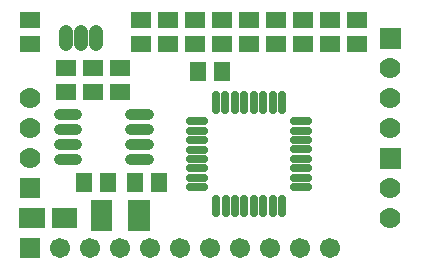
<source format=gbs>
G04 Layer: BottomSolderMaskLayer*
G04 EasyEDA v6.3.22, 2020-04-13T19:48:14+03:00*
G04 c1887ebba72c451f92d8c784103bdae8,b00fa10de7d64fab8ce431aff4cbea96,10*
G04 Gerber Generator version 0.2*
G04 Scale: 100 percent, Rotated: No, Reflected: No *
G04 Dimensions in inches *
G04 leading zeros omitted , absolute positions ,2 integer and 4 decimal *
%FSLAX24Y24*%
%MOIN*%
G90*
G70D02*

%ADD41C,0.047370*%
%ADD46C,0.070000*%
%ADD47R,0.070000X0.070000*%
%ADD48C,0.067000*%
%ADD51C,0.025717*%
%ADD52C,0.035559*%

%LPD*%
G54D51*
G01X9856Y2640D02*
G01X9383Y2640D01*
G01X9856Y2955D02*
G01X9383Y2955D01*
G01X9856Y3269D02*
G01X9383Y3269D01*
G01X9856Y3584D02*
G01X9383Y3584D01*
G01X9856Y3898D02*
G01X9383Y3898D01*
G01X9856Y4213D02*
G01X9383Y4213D01*
G01X9856Y4528D02*
G01X9383Y4528D01*
G01X9856Y4844D02*
G01X9383Y4844D01*
G01X9000Y5696D02*
G01X9000Y5223D01*
G01X8685Y5696D02*
G01X8685Y5223D01*
G01X8369Y5696D02*
G01X8369Y5223D01*
G01X8055Y5696D02*
G01X8055Y5223D01*
G01X7740Y5696D02*
G01X7740Y5223D01*
G01X7426Y5696D02*
G01X7426Y5223D01*
G01X7110Y5696D02*
G01X7110Y5223D01*
G01X6796Y5696D02*
G01X6796Y5223D01*
G01X6406Y4840D02*
G01X5933Y4840D01*
G01X6406Y4525D02*
G01X5933Y4525D01*
G01X6406Y4209D02*
G01X5933Y4209D01*
G01X6406Y3894D02*
G01X5933Y3894D01*
G01X6406Y3580D02*
G01X5933Y3580D01*
G01X6406Y3265D02*
G01X5933Y3265D01*
G01X6406Y2951D02*
G01X5933Y2951D01*
G01X6406Y2636D02*
G01X5933Y2636D01*
G01X6800Y2256D02*
G01X6800Y1783D01*
G01X7114Y2256D02*
G01X7114Y1783D01*
G01X7430Y2256D02*
G01X7430Y1783D01*
G01X7744Y2256D02*
G01X7744Y1783D01*
G01X8059Y2256D02*
G01X8059Y1783D01*
G01X8373Y2256D02*
G01X8373Y1783D01*
G01X8689Y2256D02*
G01X8689Y1783D01*
G01X9003Y2256D02*
G01X9003Y1783D01*
G54D41*
G01X2800Y7796D02*
G01X2800Y7403D01*
G01X2300Y7796D02*
G01X2300Y7403D01*
G01X1800Y7796D02*
G01X1800Y7403D01*
G54D52*
G01X3934Y5090D02*
G01X4525Y5090D01*
G01X3934Y4590D02*
G01X4525Y4590D01*
G01X3934Y4090D02*
G01X4525Y4090D01*
G01X3934Y3590D02*
G01X4525Y3590D01*
G01X1554Y5090D02*
G01X2145Y5090D01*
G01X1554Y4590D02*
G01X2145Y4590D01*
G01X1554Y4090D02*
G01X2145Y4090D01*
G01X1554Y3590D02*
G01X2145Y3590D01*
G36*
G01X6731Y6171D02*
G01X6731Y6828D01*
G01X7268Y6828D01*
G01X7268Y6171D01*
G01X6731Y6171D01*
G37*
G36*
G01X5931Y6171D02*
G01X5931Y6828D01*
G01X6468Y6828D01*
G01X6468Y6171D01*
G01X5931Y6171D01*
G37*
G36*
G01X9371Y7932D02*
G01X9371Y8467D01*
G01X10028Y8467D01*
G01X10028Y7932D01*
G01X9371Y7932D01*
G37*
G36*
G01X9371Y7132D02*
G01X9371Y7667D01*
G01X10028Y7667D01*
G01X10028Y7132D01*
G01X9371Y7132D01*
G37*
G36*
G01X6671Y7932D02*
G01X6671Y8467D01*
G01X7328Y8467D01*
G01X7328Y7932D01*
G01X6671Y7932D01*
G37*
G36*
G01X6671Y7132D02*
G01X6671Y7667D01*
G01X7328Y7667D01*
G01X7328Y7132D01*
G01X6671Y7132D01*
G37*
G36*
G01X8471Y7932D02*
G01X8471Y8467D01*
G01X9128Y8467D01*
G01X9128Y7932D01*
G01X8471Y7932D01*
G37*
G36*
G01X8471Y7132D02*
G01X8471Y7667D01*
G01X9128Y7667D01*
G01X9128Y7132D01*
G01X8471Y7132D01*
G37*
G36*
G01X7571Y7932D02*
G01X7571Y8467D01*
G01X8228Y8467D01*
G01X8228Y7932D01*
G01X7571Y7932D01*
G37*
G36*
G01X7571Y7132D02*
G01X7571Y7667D01*
G01X8228Y7667D01*
G01X8228Y7132D01*
G01X7571Y7132D01*
G37*
G36*
G01X11171Y7932D02*
G01X11171Y8467D01*
G01X11828Y8467D01*
G01X11828Y7932D01*
G01X11171Y7932D01*
G37*
G36*
G01X11171Y7132D02*
G01X11171Y7667D01*
G01X11828Y7667D01*
G01X11828Y7132D01*
G01X11171Y7132D01*
G37*
G36*
G01X10271Y7932D02*
G01X10271Y8467D01*
G01X10928Y8467D01*
G01X10928Y7932D01*
G01X10271Y7932D01*
G37*
G36*
G01X10271Y7132D02*
G01X10271Y7667D01*
G01X10928Y7667D01*
G01X10928Y7132D01*
G01X10271Y7132D01*
G37*
G36*
G01X5771Y7932D02*
G01X5771Y8467D01*
G01X6428Y8467D01*
G01X6428Y7932D01*
G01X5771Y7932D01*
G37*
G36*
G01X5771Y7132D02*
G01X5771Y7667D01*
G01X6428Y7667D01*
G01X6428Y7132D01*
G01X5771Y7132D01*
G37*
G36*
G01X271Y7132D02*
G01X271Y7667D01*
G01X928Y7667D01*
G01X928Y7132D01*
G01X271Y7132D01*
G37*
G36*
G01X271Y7932D02*
G01X271Y8467D01*
G01X928Y8467D01*
G01X928Y7932D01*
G01X271Y7932D01*
G37*
G36*
G01X3832Y2471D02*
G01X3832Y3128D01*
G01X4368Y3128D01*
G01X4368Y2471D01*
G01X3832Y2471D01*
G37*
G36*
G01X4631Y2471D02*
G01X4631Y3128D01*
G01X5168Y3128D01*
G01X5168Y2471D01*
G01X4631Y2471D01*
G37*
G36*
G01X3875Y1188D02*
G01X3875Y2211D01*
G01X4585Y2211D01*
G01X4585Y1188D01*
G01X3875Y1188D01*
G37*
G36*
G01X2615Y1188D02*
G01X2615Y2211D01*
G01X3325Y2211D01*
G01X3325Y1188D01*
G01X2615Y1188D01*
G37*
G36*
G01X3971Y7140D02*
G01X3971Y7676D01*
G01X4628Y7676D01*
G01X4628Y7140D01*
G01X3971Y7140D01*
G37*
G36*
G01X3971Y7940D02*
G01X3971Y8476D01*
G01X4628Y8476D01*
G01X4628Y7940D01*
G01X3971Y7940D01*
G37*
G36*
G01X4871Y7932D02*
G01X4871Y8467D01*
G01X5528Y8467D01*
G01X5528Y7932D01*
G01X4871Y7932D01*
G37*
G36*
G01X4871Y7132D02*
G01X4871Y7667D01*
G01X5528Y7667D01*
G01X5528Y7132D01*
G01X4871Y7132D01*
G37*
G36*
G01X3271Y5532D02*
G01X3271Y6067D01*
G01X3928Y6067D01*
G01X3928Y5532D01*
G01X3271Y5532D01*
G37*
G36*
G01X3271Y6332D02*
G01X3271Y6867D01*
G01X3928Y6867D01*
G01X3928Y6332D01*
G01X3271Y6332D01*
G37*
G36*
G01X2371Y5532D02*
G01X2371Y6067D01*
G01X3028Y6067D01*
G01X3028Y5532D01*
G01X2371Y5532D01*
G37*
G36*
G01X2371Y6332D02*
G01X2371Y6867D01*
G01X3028Y6867D01*
G01X3028Y6332D01*
G01X2371Y6332D01*
G37*
G36*
G01X1471Y5532D02*
G01X1471Y6067D01*
G01X2128Y6067D01*
G01X2128Y5532D01*
G01X1471Y5532D01*
G37*
G36*
G01X1471Y6332D02*
G01X1471Y6867D01*
G01X2128Y6867D01*
G01X2128Y6332D01*
G01X1471Y6332D01*
G37*
G36*
G01X2932Y2471D02*
G01X2932Y3128D01*
G01X3467Y3128D01*
G01X3467Y2471D01*
G01X2932Y2471D01*
G37*
G36*
G01X2132Y2471D02*
G01X2132Y3128D01*
G01X2667Y3128D01*
G01X2667Y2471D01*
G01X2132Y2471D01*
G37*
G36*
G01X1321Y1265D02*
G01X1321Y1934D01*
G01X2169Y1934D01*
G01X2169Y1265D01*
G01X1321Y1265D01*
G37*
G36*
G01X238Y1265D02*
G01X238Y1934D01*
G01X1086Y1934D01*
G01X1086Y1265D01*
G01X238Y1265D01*
G37*
G54D46*
G01X12600Y1600D03*
G01X12600Y2600D03*
G36*
G01X12250Y3250D02*
G01X12250Y3950D01*
G01X12950Y3950D01*
G01X12950Y3250D01*
G01X12250Y3250D01*
G37*
G36*
G01X12250Y7250D02*
G01X12250Y7950D01*
G01X12950Y7950D01*
G01X12950Y7250D01*
G01X12250Y7250D01*
G37*
G01X12600Y6600D03*
G01X12600Y5600D03*
G01X12600Y4600D03*
G54D48*
G01X10600Y600D03*
G01X9600Y600D03*
G01X8600Y600D03*
G01X7600Y600D03*
G01X6600Y600D03*
G01X5600Y600D03*
G01X4600Y600D03*
G01X3600Y600D03*
G01X2600Y600D03*
G01X1600Y600D03*
G36*
G01X265Y265D02*
G01X265Y934D01*
G01X934Y934D01*
G01X934Y265D01*
G01X265Y265D01*
G37*
G54D47*
G01X600Y2600D03*
G54D46*
G01X600Y3600D03*
G01X600Y4600D03*
G01X600Y5600D03*
M00*
M02*

</source>
